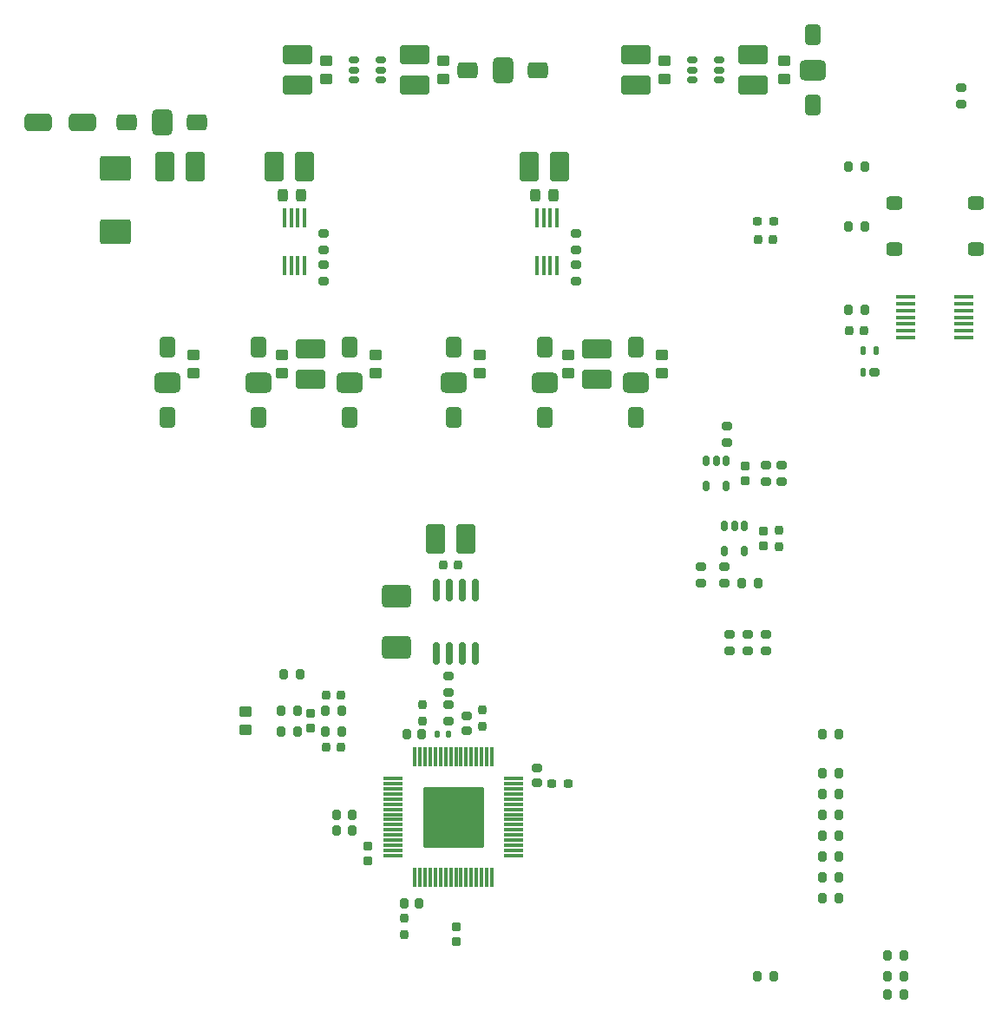
<source format=gtp>
%FSTAX44Y44*%
%MOMM*%
G71*
G01*
G75*
G04 Layer_Color=16714495*
G04:AMPARAMS|DCode=10|XSize=0.8mm|YSize=1mm|CornerRadius=0.2mm|HoleSize=0mm|Usage=FLASHONLY|Rotation=270.000|XOffset=0mm|YOffset=0mm|HoleType=Round|Shape=RoundedRectangle|*
%AMROUNDEDRECTD10*
21,1,0.8000,0.6000,0,0,270.0*
21,1,0.4000,1.0000,0,0,270.0*
1,1,0.4000,-0.3000,-0.2000*
1,1,0.4000,-0.3000,0.2000*
1,1,0.4000,0.3000,0.2000*
1,1,0.4000,0.3000,-0.2000*
%
%ADD10ROUNDEDRECTD10*%
G04:AMPARAMS|DCode=11|XSize=0.8mm|YSize=1mm|CornerRadius=0.2mm|HoleSize=0mm|Usage=FLASHONLY|Rotation=0.000|XOffset=0mm|YOffset=0mm|HoleType=Round|Shape=RoundedRectangle|*
%AMROUNDEDRECTD11*
21,1,0.8000,0.6000,0,0,0.0*
21,1,0.4000,1.0000,0,0,0.0*
1,1,0.4000,0.2000,-0.3000*
1,1,0.4000,-0.2000,-0.3000*
1,1,0.4000,-0.2000,0.3000*
1,1,0.4000,0.2000,0.3000*
%
%ADD11ROUNDEDRECTD11*%
G04:AMPARAMS|DCode=12|XSize=0.9mm|YSize=0.8mm|CornerRadius=0.2mm|HoleSize=0mm|Usage=FLASHONLY|Rotation=90.000|XOffset=0mm|YOffset=0mm|HoleType=Round|Shape=RoundedRectangle|*
%AMROUNDEDRECTD12*
21,1,0.9000,0.4000,0,0,90.0*
21,1,0.5000,0.8000,0,0,90.0*
1,1,0.4000,0.2000,0.2500*
1,1,0.4000,0.2000,-0.2500*
1,1,0.4000,-0.2000,-0.2500*
1,1,0.4000,-0.2000,0.2500*
%
%ADD12ROUNDEDRECTD12*%
G04:AMPARAMS|DCode=13|XSize=0.45mm|YSize=0.8mm|CornerRadius=0.1125mm|HoleSize=0mm|Usage=FLASHONLY|Rotation=180.000|XOffset=0mm|YOffset=0mm|HoleType=Round|Shape=RoundedRectangle|*
%AMROUNDEDRECTD13*
21,1,0.4500,0.5750,0,0,180.0*
21,1,0.2250,0.8000,0,0,180.0*
1,1,0.2250,-0.1125,0.2875*
1,1,0.2250,0.1125,0.2875*
1,1,0.2250,0.1125,-0.2875*
1,1,0.2250,-0.1125,-0.2875*
%
%ADD13ROUNDEDRECTD13*%
G04:AMPARAMS|DCode=14|XSize=1mm|YSize=0.8mm|CornerRadius=0.2mm|HoleSize=0mm|Usage=FLASHONLY|Rotation=180.000|XOffset=0mm|YOffset=0mm|HoleType=Round|Shape=RoundedRectangle|*
%AMROUNDEDRECTD14*
21,1,1.0000,0.4000,0,0,180.0*
21,1,0.6000,0.8000,0,0,180.0*
1,1,0.4000,-0.3000,0.2000*
1,1,0.4000,0.3000,0.2000*
1,1,0.4000,0.3000,-0.2000*
1,1,0.4000,-0.3000,-0.2000*
%
%ADD14ROUNDEDRECTD14*%
G04:AMPARAMS|DCode=15|XSize=1.9mm|YSize=0.4mm|CornerRadius=0.1mm|HoleSize=0mm|Usage=FLASHONLY|Rotation=180.000|XOffset=0mm|YOffset=0mm|HoleType=Round|Shape=RoundedRectangle|*
%AMROUNDEDRECTD15*
21,1,1.9000,0.2000,0,0,180.0*
21,1,1.7000,0.4000,0,0,180.0*
1,1,0.2000,-0.8500,0.1000*
1,1,0.2000,0.8500,0.1000*
1,1,0.2000,0.8500,-0.1000*
1,1,0.2000,-0.8500,-0.1000*
%
%ADD15ROUNDEDRECTD15*%
G04:AMPARAMS|DCode=16|XSize=0.8mm|YSize=0.85mm|CornerRadius=0.2mm|HoleSize=0mm|Usage=FLASHONLY|Rotation=90.000|XOffset=0mm|YOffset=0mm|HoleType=Round|Shape=RoundedRectangle|*
%AMROUNDEDRECTD16*
21,1,0.8000,0.4500,0,0,90.0*
21,1,0.4000,0.8500,0,0,90.0*
1,1,0.4000,0.2250,0.2000*
1,1,0.4000,0.2250,-0.2000*
1,1,0.4000,-0.2250,-0.2000*
1,1,0.4000,-0.2250,0.2000*
%
%ADD16ROUNDEDRECTD16*%
G04:AMPARAMS|DCode=17|XSize=1.6mm|YSize=1.3mm|CornerRadius=0.325mm|HoleSize=0mm|Usage=FLASHONLY|Rotation=0.000|XOffset=0mm|YOffset=0mm|HoleType=Round|Shape=RoundedRectangle|*
%AMROUNDEDRECTD17*
21,1,1.6000,0.6500,0,0,0.0*
21,1,0.9500,1.3000,0,0,0.0*
1,1,0.6500,0.4750,-0.3250*
1,1,0.6500,-0.4750,-0.3250*
1,1,0.6500,-0.4750,0.3250*
1,1,0.6500,0.4750,0.3250*
%
%ADD17ROUNDEDRECTD17*%
G04:AMPARAMS|DCode=18|XSize=2mm|YSize=1.6mm|CornerRadius=0.4mm|HoleSize=0mm|Usage=FLASHONLY|Rotation=90.000|XOffset=0mm|YOffset=0mm|HoleType=Round|Shape=RoundedRectangle|*
%AMROUNDEDRECTD18*
21,1,2.0000,0.8000,0,0,90.0*
21,1,1.2000,1.6000,0,0,90.0*
1,1,0.8000,0.4000,0.6000*
1,1,0.8000,0.4000,-0.6000*
1,1,0.8000,-0.4000,-0.6000*
1,1,0.8000,-0.4000,0.6000*
%
%ADD18ROUNDEDRECTD18*%
G04:AMPARAMS|DCode=19|XSize=2mm|YSize=2.6mm|CornerRadius=0.5mm|HoleSize=0mm|Usage=FLASHONLY|Rotation=90.000|XOffset=0mm|YOffset=0mm|HoleType=Round|Shape=RoundedRectangle|*
%AMROUNDEDRECTD19*
21,1,2.0000,1.6000,0,0,90.0*
21,1,1.0000,2.6000,0,0,90.0*
1,1,1.0000,0.8000,0.5000*
1,1,1.0000,0.8000,-0.5000*
1,1,1.0000,-0.8000,-0.5000*
1,1,1.0000,-0.8000,0.5000*
%
%ADD19ROUNDEDRECTD19*%
G04:AMPARAMS|DCode=20|XSize=1.25mm|YSize=1mm|CornerRadius=0.25mm|HoleSize=0mm|Usage=FLASHONLY|Rotation=180.000|XOffset=0mm|YOffset=0mm|HoleType=Round|Shape=RoundedRectangle|*
%AMROUNDEDRECTD20*
21,1,1.2500,0.5000,0,0,180.0*
21,1,0.7500,1.0000,0,0,180.0*
1,1,0.5000,-0.3750,0.2500*
1,1,0.5000,0.3750,0.2500*
1,1,0.5000,0.3750,-0.2500*
1,1,0.5000,-0.3750,-0.2500*
%
%ADD20ROUNDEDRECTD20*%
G04:AMPARAMS|DCode=21|XSize=1.8mm|YSize=2.8mm|CornerRadius=0.18mm|HoleSize=0mm|Usage=FLASHONLY|Rotation=90.000|XOffset=0mm|YOffset=0mm|HoleType=Round|Shape=RoundedRectangle|*
%AMROUNDEDRECTD21*
21,1,1.8000,2.4400,0,0,90.0*
21,1,1.4400,2.8000,0,0,90.0*
1,1,0.3600,1.2200,0.7200*
1,1,0.3600,1.2200,-0.7200*
1,1,0.3600,-1.2200,-0.7200*
1,1,0.3600,-1.2200,0.7200*
%
%ADD21ROUNDEDRECTD21*%
G04:AMPARAMS|DCode=22|XSize=0.7mm|YSize=1mm|CornerRadius=0.175mm|HoleSize=0mm|Usage=FLASHONLY|Rotation=270.000|XOffset=0mm|YOffset=0mm|HoleType=Round|Shape=RoundedRectangle|*
%AMROUNDEDRECTD22*
21,1,0.7000,0.6500,0,0,270.0*
21,1,0.3500,1.0000,0,0,270.0*
1,1,0.3500,-0.3250,-0.1750*
1,1,0.3500,-0.3250,0.1750*
1,1,0.3500,0.3250,0.1750*
1,1,0.3500,0.3250,-0.1750*
%
%ADD22ROUNDEDRECTD22*%
G04:AMPARAMS|DCode=23|XSize=2mm|YSize=1.6mm|CornerRadius=0.4mm|HoleSize=0mm|Usage=FLASHONLY|Rotation=0.000|XOffset=0mm|YOffset=0mm|HoleType=Round|Shape=RoundedRectangle|*
%AMROUNDEDRECTD23*
21,1,2.0000,0.8000,0,0,0.0*
21,1,1.2000,1.6000,0,0,0.0*
1,1,0.8000,0.6000,-0.4000*
1,1,0.8000,-0.6000,-0.4000*
1,1,0.8000,-0.6000,0.4000*
1,1,0.8000,0.6000,0.4000*
%
%ADD23ROUNDEDRECTD23*%
G04:AMPARAMS|DCode=24|XSize=2mm|YSize=2.6mm|CornerRadius=0.5mm|HoleSize=0mm|Usage=FLASHONLY|Rotation=0.000|XOffset=0mm|YOffset=0mm|HoleType=Round|Shape=RoundedRectangle|*
%AMROUNDEDRECTD24*
21,1,2.0000,1.6000,0,0,0.0*
21,1,1.0000,2.6000,0,0,0.0*
1,1,1.0000,0.5000,-0.8000*
1,1,1.0000,-0.5000,-0.8000*
1,1,1.0000,-0.5000,0.8000*
1,1,1.0000,0.5000,0.8000*
%
%ADD24ROUNDEDRECTD24*%
G04:AMPARAMS|DCode=25|XSize=2.4mm|YSize=3mm|CornerRadius=0.24mm|HoleSize=0mm|Usage=FLASHONLY|Rotation=270.000|XOffset=0mm|YOffset=0mm|HoleType=Round|Shape=RoundedRectangle|*
%AMROUNDEDRECTD25*
21,1,2.4000,2.5200,0,0,270.0*
21,1,1.9200,3.0000,0,0,270.0*
1,1,0.4800,-1.2600,-0.9600*
1,1,0.4800,-1.2600,0.9600*
1,1,0.4800,1.2600,0.9600*
1,1,0.4800,1.2600,-0.9600*
%
%ADD25ROUNDEDRECTD25*%
G04:AMPARAMS|DCode=26|XSize=2.65mm|YSize=1.75mm|CornerRadius=0.4375mm|HoleSize=0mm|Usage=FLASHONLY|Rotation=180.000|XOffset=0mm|YOffset=0mm|HoleType=Round|Shape=RoundedRectangle|*
%AMROUNDEDRECTD26*
21,1,2.6500,0.8750,0,0,180.0*
21,1,1.7750,1.7500,0,0,180.0*
1,1,0.8750,-0.8875,0.4375*
1,1,0.8750,0.8875,0.4375*
1,1,0.8750,0.8875,-0.4375*
1,1,0.8750,-0.8875,-0.4375*
%
%ADD26ROUNDEDRECTD26*%
G04:AMPARAMS|DCode=27|XSize=1.8mm|YSize=2.8mm|CornerRadius=0.18mm|HoleSize=0mm|Usage=FLASHONLY|Rotation=180.000|XOffset=0mm|YOffset=0mm|HoleType=Round|Shape=RoundedRectangle|*
%AMROUNDEDRECTD27*
21,1,1.8000,2.4400,0,0,180.0*
21,1,1.4400,2.8000,0,0,180.0*
1,1,0.3600,-0.7200,1.2200*
1,1,0.3600,0.7200,1.2200*
1,1,0.3600,0.7200,-1.2200*
1,1,0.3600,-0.7200,-1.2200*
%
%ADD27ROUNDEDRECTD27*%
G04:AMPARAMS|DCode=28|XSize=1.25mm|YSize=1mm|CornerRadius=0.25mm|HoleSize=0mm|Usage=FLASHONLY|Rotation=90.000|XOffset=0mm|YOffset=0mm|HoleType=Round|Shape=RoundedRectangle|*
%AMROUNDEDRECTD28*
21,1,1.2500,0.5000,0,0,90.0*
21,1,0.7500,1.0000,0,0,90.0*
1,1,0.5000,0.2500,0.3750*
1,1,0.5000,0.2500,-0.3750*
1,1,0.5000,-0.2500,-0.3750*
1,1,0.5000,-0.2500,0.3750*
%
%ADD28ROUNDEDRECTD28*%
%ADD29O,0.4000X1.9000*%
G04:AMPARAMS|DCode=30|XSize=0.9mm|YSize=0.8mm|CornerRadius=0.2mm|HoleSize=0mm|Usage=FLASHONLY|Rotation=180.000|XOffset=0mm|YOffset=0mm|HoleType=Round|Shape=RoundedRectangle|*
%AMROUNDEDRECTD30*
21,1,0.9000,0.4000,0,0,180.0*
21,1,0.5000,0.8000,0,0,180.0*
1,1,0.4000,-0.2500,0.2000*
1,1,0.4000,0.2500,0.2000*
1,1,0.4000,0.2500,-0.2000*
1,1,0.4000,-0.2500,-0.2000*
%
%ADD30ROUNDEDRECTD30*%
G04:AMPARAMS|DCode=31|XSize=0.7mm|YSize=1mm|CornerRadius=0.175mm|HoleSize=0mm|Usage=FLASHONLY|Rotation=0.000|XOffset=0mm|YOffset=0mm|HoleType=Round|Shape=RoundedRectangle|*
%AMROUNDEDRECTD31*
21,1,0.7000,0.6500,0,0,0.0*
21,1,0.3500,1.0000,0,0,0.0*
1,1,0.3500,0.1750,-0.3250*
1,1,0.3500,-0.1750,-0.3250*
1,1,0.3500,-0.1750,0.3250*
1,1,0.3500,0.1750,0.3250*
%
%ADD31ROUNDEDRECTD31*%
G04:AMPARAMS|DCode=32|XSize=0.8mm|YSize=0.85mm|CornerRadius=0.2mm|HoleSize=0mm|Usage=FLASHONLY|Rotation=180.000|XOffset=0mm|YOffset=0mm|HoleType=Round|Shape=RoundedRectangle|*
%AMROUNDEDRECTD32*
21,1,0.8000,0.4500,0,0,180.0*
21,1,0.4000,0.8500,0,0,180.0*
1,1,0.4000,-0.2000,0.2250*
1,1,0.4000,0.2000,0.2250*
1,1,0.4000,0.2000,-0.2250*
1,1,0.4000,-0.2000,-0.2250*
%
%ADD32ROUNDEDRECTD32*%
G04:AMPARAMS|DCode=33|XSize=0.6mm|YSize=2.2mm|CornerRadius=0.15mm|HoleSize=0mm|Usage=FLASHONLY|Rotation=0.000|XOffset=0mm|YOffset=0mm|HoleType=Round|Shape=RoundedRectangle|*
%AMROUNDEDRECTD33*
21,1,0.6000,1.9000,0,0,0.0*
21,1,0.3000,2.2000,0,0,0.0*
1,1,0.3000,0.1500,-0.9500*
1,1,0.3000,-0.1500,-0.9500*
1,1,0.3000,-0.1500,0.9500*
1,1,0.3000,0.1500,0.9500*
%
%ADD33ROUNDEDRECTD33*%
G04:AMPARAMS|DCode=34|XSize=2.2mm|YSize=2.8mm|CornerRadius=0.33mm|HoleSize=0mm|Usage=FLASHONLY|Rotation=90.000|XOffset=0mm|YOffset=0mm|HoleType=Round|Shape=RoundedRectangle|*
%AMROUNDEDRECTD34*
21,1,2.2000,2.1400,0,0,90.0*
21,1,1.5400,2.8000,0,0,90.0*
1,1,0.6600,1.0700,0.7700*
1,1,0.6600,1.0700,-0.7700*
1,1,0.6600,-1.0700,-0.7700*
1,1,0.6600,-1.0700,0.7700*
%
%ADD34ROUNDEDRECTD34*%
G04:AMPARAMS|DCode=35|XSize=1mm|YSize=0.8mm|CornerRadius=0.2mm|HoleSize=0mm|Usage=FLASHONLY|Rotation=90.000|XOffset=0mm|YOffset=0mm|HoleType=Round|Shape=RoundedRectangle|*
%AMROUNDEDRECTD35*
21,1,1.0000,0.4000,0,0,90.0*
21,1,0.6000,0.8000,0,0,90.0*
1,1,0.4000,0.2000,0.3000*
1,1,0.4000,0.2000,-0.3000*
1,1,0.4000,-0.2000,-0.3000*
1,1,0.4000,-0.2000,0.3000*
%
%ADD35ROUNDEDRECTD35*%
G04:AMPARAMS|DCode=36|XSize=0.5mm|YSize=0.65mm|CornerRadius=0.125mm|HoleSize=0mm|Usage=FLASHONLY|Rotation=180.000|XOffset=0mm|YOffset=0mm|HoleType=Round|Shape=RoundedRectangle|*
%AMROUNDEDRECTD36*
21,1,0.5000,0.4000,0,0,180.0*
21,1,0.2500,0.6500,0,0,180.0*
1,1,0.2500,-0.1250,0.2000*
1,1,0.2500,0.1250,0.2000*
1,1,0.2500,0.1250,-0.2000*
1,1,0.2500,-0.1250,-0.2000*
%
%ADD36ROUNDEDRECTD36*%
G04:AMPARAMS|DCode=37|XSize=0.3mm|YSize=1.9mm|CornerRadius=0.075mm|HoleSize=0mm|Usage=FLASHONLY|Rotation=270.000|XOffset=0mm|YOffset=0mm|HoleType=Round|Shape=RoundedRectangle|*
%AMROUNDEDRECTD37*
21,1,0.3000,1.7500,0,0,270.0*
21,1,0.1500,1.9000,0,0,270.0*
1,1,0.1500,-0.8750,-0.0750*
1,1,0.1500,-0.8750,0.0750*
1,1,0.1500,0.8750,0.0750*
1,1,0.1500,0.8750,-0.0750*
%
%ADD37ROUNDEDRECTD37*%
G04:AMPARAMS|DCode=38|XSize=0.3mm|YSize=1.9mm|CornerRadius=0.075mm|HoleSize=0mm|Usage=FLASHONLY|Rotation=180.000|XOffset=0mm|YOffset=0mm|HoleType=Round|Shape=RoundedRectangle|*
%AMROUNDEDRECTD38*
21,1,0.3000,1.7500,0,0,180.0*
21,1,0.1500,1.9000,0,0,180.0*
1,1,0.1500,-0.0750,0.8750*
1,1,0.1500,0.0750,0.8750*
1,1,0.1500,0.0750,-0.8750*
1,1,0.1500,-0.0750,-0.8750*
%
%ADD38ROUNDEDRECTD38*%
G04:AMPARAMS|DCode=39|XSize=6mm|YSize=6mm|CornerRadius=0.3mm|HoleSize=0mm|Usage=FLASHONLY|Rotation=270.000|XOffset=0mm|YOffset=0mm|HoleType=Round|Shape=RoundedRectangle|*
%AMROUNDEDRECTD39*
21,1,6.0000,5.4000,0,0,270.0*
21,1,5.4000,6.0000,0,0,270.0*
1,1,0.6000,-2.7000,-2.7000*
1,1,0.6000,-2.7000,2.7000*
1,1,0.6000,2.7000,2.7000*
1,1,0.6000,2.7000,-2.7000*
%
%ADD39ROUNDEDRECTD39*%
%ADD40C,0.3000*%
%ADD41C,0.2540*%
%ADD42C,1.0000*%
%ADD43C,0.4000*%
%ADD44C,0.7000*%
%ADD45C,0.5000*%
%ADD46C,0.2500*%
%ADD47C,0.2000*%
%ADD48C,2.0000*%
%ADD49C,1.6000*%
%ADD50C,2.5000*%
%ADD51C,2.0000*%
%ADD52C,1.3000*%
%ADD53C,2.2000*%
%ADD54C,0.6000*%
%ADD55C,1.0000*%
%ADD56C,0.7000*%
%ADD57C,1.0160*%
%ADD58C,2.0160*%
G04:AMPARAMS|DCode=59|XSize=2.524mm|YSize=2.524mm|CornerRadius=0mm|HoleSize=0mm|Usage=FLASHONLY|Rotation=0.000|XOffset=0mm|YOffset=0mm|HoleType=Round|Shape=Relief|Width=0.254mm|Gap=0.254mm|Entries=4|*
%AMTHD59*
7,0,0,2.5240,2.0160,0.2540,45*
%
%ADD59THD59*%
%ADD60C,2.6160*%
%ADD61C,2.2160*%
%ADD62C,2.6160*%
G04:AMPARAMS|DCode=63|XSize=3.124mm|YSize=3.124mm|CornerRadius=0mm|HoleSize=0mm|Usage=FLASHONLY|Rotation=0.000|XOffset=0mm|YOffset=0mm|HoleType=Round|Shape=Relief|Width=0.254mm|Gap=0.254mm|Entries=4|*
%AMTHD63*
7,0,0,3.1240,2.6160,0.2540,45*
%
%ADD63THD63*%
%ADD64C,2.3160*%
G04:AMPARAMS|DCode=65|XSize=2.824mm|YSize=2.824mm|CornerRadius=0mm|HoleSize=0mm|Usage=FLASHONLY|Rotation=0.000|XOffset=0mm|YOffset=0mm|HoleType=Round|Shape=Relief|Width=0.254mm|Gap=0.254mm|Entries=4|*
%AMTHD65*
7,0,0,2.8240,2.3160,0.2540,45*
%
%ADD65THD65*%
%ADD66C,1.8160*%
G04:AMPARAMS|DCode=67|XSize=2.324mm|YSize=2.324mm|CornerRadius=0mm|HoleSize=0mm|Usage=FLASHONLY|Rotation=0.000|XOffset=0mm|YOffset=0mm|HoleType=Round|Shape=Relief|Width=0.254mm|Gap=0.254mm|Entries=4|*
%AMTHD67*
7,0,0,2.3240,1.8160,0.2540,45*
%
%ADD67THD67*%
%ADD68C,6.0960*%
G04:AMPARAMS|DCode=69|XSize=1.824mm|YSize=1.824mm|CornerRadius=0mm|HoleSize=0mm|Usage=FLASHONLY|Rotation=0.000|XOffset=0mm|YOffset=0mm|HoleType=Round|Shape=Relief|Width=0.254mm|Gap=0.254mm|Entries=4|*
%AMTHD69*
7,0,0,1.8240,1.3160,0.2540,45*
%
%ADD69THD69*%
%ADD70C,1.3160*%
G04:AMPARAMS|DCode=71|XSize=2.124mm|YSize=2.124mm|CornerRadius=0mm|HoleSize=0mm|Usage=FLASHONLY|Rotation=0.000|XOffset=0mm|YOffset=0mm|HoleType=Round|Shape=Relief|Width=0.254mm|Gap=0.254mm|Entries=4|*
%AMTHD71*
7,0,0,2.1240,1.6160,0.2540,45*
%
%ADD71THD71*%
%ADD72C,1.6160*%
%ADD73C,0.0254*%
%ADD74C,0.3500*%
D10*
X013779Y013191D02*
D03*
Y013351D02*
D03*
X007556Y0117686D02*
D03*
Y0119286D02*
D03*
Y0114638D02*
D03*
Y0116238D02*
D03*
X0100198Y0117686D02*
D03*
Y0119286D02*
D03*
Y0114638D02*
D03*
Y0116238D02*
D03*
X011493Y009889D02*
D03*
Y010049D02*
D03*
X0120264Y009508D02*
D03*
Y009668D02*
D03*
X011874Y009668D02*
D03*
Y009508D02*
D03*
X0114676Y0085174D02*
D03*
Y0086774D02*
D03*
X011239Y0085174D02*
D03*
Y0086774D02*
D03*
X0087752Y0074506D02*
D03*
Y0076106D02*
D03*
X0087752Y0071712D02*
D03*
Y0073312D02*
D03*
X0115184Y007857D02*
D03*
Y008017D02*
D03*
X011874Y007857D02*
D03*
Y008017D02*
D03*
X0116962Y008017D02*
D03*
Y007857D02*
D03*
D11*
X012843Y0111882D02*
D03*
X012683D02*
D03*
X012683Y012001D02*
D03*
X012843D02*
D03*
X012683Y0125852D02*
D03*
X012843D02*
D03*
X0118016Y0085212D02*
D03*
X0116416D02*
D03*
X007843Y0062606D02*
D03*
X007683D02*
D03*
X007843Y0061082D02*
D03*
X007683D02*
D03*
X00773759Y00727661D02*
D03*
X00757759D02*
D03*
X00773759Y00707341D02*
D03*
X00757759D02*
D03*
X00730579D02*
D03*
X00714579D02*
D03*
X00730579Y00727661D02*
D03*
X00714579D02*
D03*
X0073312Y0076322D02*
D03*
X0071712D02*
D03*
X013064Y004508D02*
D03*
X013224D02*
D03*
X013224Y0046858D02*
D03*
X013064D02*
D03*
X013224Y004889D02*
D03*
X013064D02*
D03*
X012589Y0054478D02*
D03*
X012429D02*
D03*
X012589Y0058542D02*
D03*
X012429D02*
D03*
X012589Y005651D02*
D03*
X012429D02*
D03*
X011794Y0046858D02*
D03*
X011954D02*
D03*
X012589Y0064638D02*
D03*
X012429D02*
D03*
X012589Y006667D02*
D03*
X012429D02*
D03*
X012589Y007048D02*
D03*
X012429D02*
D03*
X012589Y0060574D02*
D03*
X012429D02*
D03*
X012589Y0062606D02*
D03*
X012429D02*
D03*
D12*
X012693Y010985D02*
D03*
X012833D02*
D03*
X011804Y011874D02*
D03*
X011944D02*
D03*
X0088706Y008699D02*
D03*
X0087306D02*
D03*
X00758759Y00692101D02*
D03*
X00772759D02*
D03*
X00758759Y00742901D02*
D03*
X00772759D02*
D03*
D13*
X012825Y0107872D02*
D03*
X012955D02*
D03*
X012825Y0105732D02*
D03*
D14*
X01294D02*
D03*
X008953Y0070796D02*
D03*
Y0072196D02*
D03*
X0096388Y0065716D02*
D03*
Y0067116D02*
D03*
D15*
X01324Y011307D02*
D03*
Y011242D02*
D03*
Y011177D02*
D03*
Y011112D02*
D03*
Y011047D02*
D03*
Y010982D02*
D03*
Y010917D02*
D03*
X01381Y011307D02*
D03*
Y011242D02*
D03*
Y011177D02*
D03*
Y011112D02*
D03*
Y011047D02*
D03*
Y010982D02*
D03*
Y010917D02*
D03*
D16*
X01179652Y0120518D02*
D03*
X01195148D02*
D03*
X00978992Y0065654D02*
D03*
X00994488D02*
D03*
D17*
X0131275Y012226D02*
D03*
X0139225D02*
D03*
Y011776D02*
D03*
X0131275D02*
D03*
D18*
X0123312Y013185D02*
D03*
Y013865D02*
D03*
X009715Y010817D02*
D03*
Y010137D02*
D03*
X010604Y010817D02*
D03*
Y010137D02*
D03*
X008826Y010817D02*
D03*
Y010137D02*
D03*
X00781Y010817D02*
D03*
Y010137D02*
D03*
X006921Y010817D02*
D03*
Y010137D02*
D03*
X006032Y010817D02*
D03*
Y010137D02*
D03*
D19*
X0123312Y013525D02*
D03*
X009715Y010477D02*
D03*
X010604D02*
D03*
X008826D02*
D03*
X00781Y010477D02*
D03*
X006921D02*
D03*
X006032D02*
D03*
D20*
X0120518Y0134375D02*
D03*
Y0136125D02*
D03*
X0108834Y0134375D02*
D03*
Y0136125D02*
D03*
X0087244Y0134375D02*
D03*
Y0136125D02*
D03*
X0075814Y0134375D02*
D03*
Y0136125D02*
D03*
X010858Y0107423D02*
D03*
Y0105673D02*
D03*
X0099436Y0107423D02*
D03*
Y0105673D02*
D03*
X00908Y0107423D02*
D03*
Y0105673D02*
D03*
X008064Y0107423D02*
D03*
Y0105673D02*
D03*
X0071496Y0107423D02*
D03*
Y0105673D02*
D03*
X006286Y0107423D02*
D03*
Y0105673D02*
D03*
X006794Y0072625D02*
D03*
Y0070875D02*
D03*
D21*
X011747Y013675D02*
D03*
Y013375D02*
D03*
X010604Y013675D02*
D03*
Y013375D02*
D03*
X008445Y013675D02*
D03*
Y013375D02*
D03*
X007302Y013675D02*
D03*
Y013375D02*
D03*
X010223Y0105048D02*
D03*
Y0108048D02*
D03*
X007429Y0105048D02*
D03*
Y0108048D02*
D03*
D22*
X0114198Y01343D02*
D03*
X0111598Y013525D02*
D03*
X0114198Y01362D02*
D03*
X0111598D02*
D03*
Y01343D02*
D03*
X0114198Y013525D02*
D03*
X0081178Y01343D02*
D03*
X0078578Y013525D02*
D03*
X0081178Y01362D02*
D03*
X0078578D02*
D03*
Y01343D02*
D03*
X0081178Y013525D02*
D03*
D23*
X0089686Y013525D02*
D03*
X0096486D02*
D03*
X0056412Y013017D02*
D03*
X0063212D02*
D03*
D24*
X0093086Y013525D02*
D03*
X0059812Y013017D02*
D03*
D25*
X005524Y012567D02*
D03*
Y011943D02*
D03*
D26*
X0052056Y013017D02*
D03*
X0047756D02*
D03*
D27*
X006009Y0125852D02*
D03*
X006309D02*
D03*
X0073758D02*
D03*
X0070758D02*
D03*
X009865D02*
D03*
X009565D02*
D03*
X0086506Y008953D02*
D03*
X0089506D02*
D03*
D28*
X0071637Y0123058D02*
D03*
X0073387D02*
D03*
X0096275D02*
D03*
X0098025D02*
D03*
D29*
X0071791Y0116186D02*
D03*
X0072441D02*
D03*
X0073091D02*
D03*
X0073741D02*
D03*
X0071791Y0120786D02*
D03*
X0072441D02*
D03*
X0073091D02*
D03*
X0073741D02*
D03*
X0096429Y0116186D02*
D03*
X0097079D02*
D03*
X0097729D02*
D03*
X0098379D02*
D03*
X0096429Y0120786D02*
D03*
X0097079D02*
D03*
X0097729D02*
D03*
X0098379D02*
D03*
D30*
X0116708Y009518D02*
D03*
Y009658D02*
D03*
X0118486Y008883D02*
D03*
Y009023D02*
D03*
X0079878Y0058096D02*
D03*
Y0059496D02*
D03*
X0088514Y0051622D02*
D03*
Y0050222D02*
D03*
X00742899Y00724501D02*
D03*
Y00710501D02*
D03*
D31*
X0114864Y009708D02*
D03*
X0113914D02*
D03*
X0112964D02*
D03*
Y009468D02*
D03*
X0114864D02*
D03*
X0116642Y009073D02*
D03*
X0115692D02*
D03*
X0114742D02*
D03*
Y008833D02*
D03*
X0116642D02*
D03*
D32*
X012001Y00887552D02*
D03*
Y00903048D02*
D03*
X0083434Y00524588D02*
D03*
Y00509092D02*
D03*
X0091054Y0071242D02*
D03*
Y00727916D02*
D03*
X0085212Y00717372D02*
D03*
Y00732868D02*
D03*
D33*
X0086609Y0078302D02*
D03*
X0087879D02*
D03*
X0089149D02*
D03*
X0090419D02*
D03*
X0086609Y0084502D02*
D03*
X0087879D02*
D03*
X0089149D02*
D03*
X0090419D02*
D03*
D34*
X0082672Y0083902D02*
D03*
Y0078902D02*
D03*
D35*
X0083496Y005397D02*
D03*
X0084896D02*
D03*
X008515Y007048D02*
D03*
X008375D02*
D03*
D36*
X00867106Y007048D02*
D03*
X00877774D02*
D03*
D37*
X009411Y0066102D02*
D03*
Y0065602D02*
D03*
Y0065102D02*
D03*
Y0064602D02*
D03*
Y0064102D02*
D03*
Y0063602D02*
D03*
Y0063102D02*
D03*
Y0062602D02*
D03*
Y0062102D02*
D03*
Y0061602D02*
D03*
Y0061102D02*
D03*
Y0060602D02*
D03*
Y0060102D02*
D03*
Y0059602D02*
D03*
Y0059102D02*
D03*
Y0058602D02*
D03*
X008241D02*
D03*
Y0066102D02*
D03*
Y0065602D02*
D03*
Y0065102D02*
D03*
Y0064602D02*
D03*
Y0064102D02*
D03*
Y0063602D02*
D03*
Y0063102D02*
D03*
Y0062602D02*
D03*
Y0062102D02*
D03*
Y0058602D02*
D03*
Y0059102D02*
D03*
Y0059602D02*
D03*
Y0060102D02*
D03*
Y0060602D02*
D03*
Y0061102D02*
D03*
Y0061602D02*
D03*
D38*
X009151Y0068202D02*
D03*
X009101D02*
D03*
X009051D02*
D03*
X009001D02*
D03*
X008951D02*
D03*
X008901D02*
D03*
X008851D02*
D03*
X008801D02*
D03*
X008751D02*
D03*
X008701D02*
D03*
X008651D02*
D03*
X008601D02*
D03*
X008551D02*
D03*
X008501D02*
D03*
X008451D02*
D03*
X009201D02*
D03*
Y0056502D02*
D03*
D03*
X009151D02*
D03*
X009101D02*
D03*
X009051D02*
D03*
X009001D02*
D03*
X008951D02*
D03*
X008901D02*
D03*
X008851D02*
D03*
X008801D02*
D03*
X008751D02*
D03*
X008701D02*
D03*
X008651D02*
D03*
X008601D02*
D03*
X008551D02*
D03*
X008501D02*
D03*
X008451D02*
D03*
D39*
X008826Y0062352D02*
D03*
M02*

</source>
